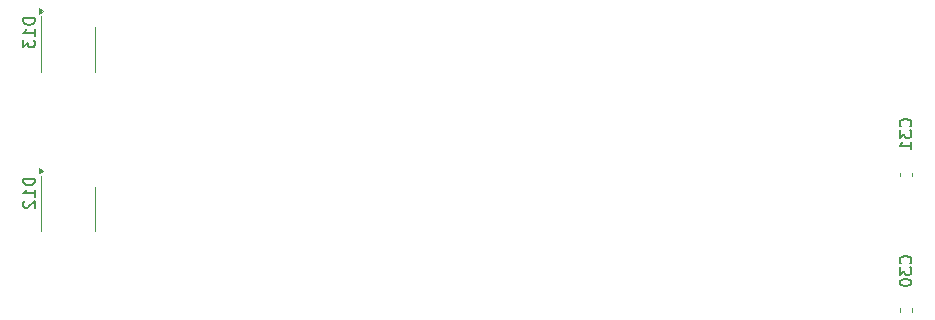
<source format=gbr>
%TF.GenerationSoftware,KiCad,Pcbnew,8.0.0*%
%TF.CreationDate,2024-07-13T20:22:53-07:00*%
%TF.ProjectId,midi-controller,6d696469-2d63-46f6-9e74-726f6c6c6572,rev?*%
%TF.SameCoordinates,Original*%
%TF.FileFunction,Legend,Bot*%
%TF.FilePolarity,Positive*%
%FSLAX46Y46*%
G04 Gerber Fmt 4.6, Leading zero omitted, Abs format (unit mm)*
G04 Created by KiCad (PCBNEW 8.0.0) date 2024-07-13 20:22:53*
%MOMM*%
%LPD*%
G01*
G04 APERTURE LIST*
%ADD10C,0.150000*%
%ADD11C,0.120000*%
G04 APERTURE END LIST*
D10*
X121254819Y-56785714D02*
X120254819Y-56785714D01*
X120254819Y-56785714D02*
X120254819Y-57023809D01*
X120254819Y-57023809D02*
X120302438Y-57166666D01*
X120302438Y-57166666D02*
X120397676Y-57261904D01*
X120397676Y-57261904D02*
X120492914Y-57309523D01*
X120492914Y-57309523D02*
X120683390Y-57357142D01*
X120683390Y-57357142D02*
X120826247Y-57357142D01*
X120826247Y-57357142D02*
X121016723Y-57309523D01*
X121016723Y-57309523D02*
X121111961Y-57261904D01*
X121111961Y-57261904D02*
X121207200Y-57166666D01*
X121207200Y-57166666D02*
X121254819Y-57023809D01*
X121254819Y-57023809D02*
X121254819Y-56785714D01*
X121254819Y-58309523D02*
X121254819Y-57738095D01*
X121254819Y-58023809D02*
X120254819Y-58023809D01*
X120254819Y-58023809D02*
X120397676Y-57928571D01*
X120397676Y-57928571D02*
X120492914Y-57833333D01*
X120492914Y-57833333D02*
X120540533Y-57738095D01*
X120254819Y-58642857D02*
X120254819Y-59261904D01*
X120254819Y-59261904D02*
X120635771Y-58928571D01*
X120635771Y-58928571D02*
X120635771Y-59071428D01*
X120635771Y-59071428D02*
X120683390Y-59166666D01*
X120683390Y-59166666D02*
X120731009Y-59214285D01*
X120731009Y-59214285D02*
X120826247Y-59261904D01*
X120826247Y-59261904D02*
X121064342Y-59261904D01*
X121064342Y-59261904D02*
X121159580Y-59214285D01*
X121159580Y-59214285D02*
X121207200Y-59166666D01*
X121207200Y-59166666D02*
X121254819Y-59071428D01*
X121254819Y-59071428D02*
X121254819Y-58785714D01*
X121254819Y-58785714D02*
X121207200Y-58690476D01*
X121207200Y-58690476D02*
X121159580Y-58642857D01*
X121254819Y-70385714D02*
X120254819Y-70385714D01*
X120254819Y-70385714D02*
X120254819Y-70623809D01*
X120254819Y-70623809D02*
X120302438Y-70766666D01*
X120302438Y-70766666D02*
X120397676Y-70861904D01*
X120397676Y-70861904D02*
X120492914Y-70909523D01*
X120492914Y-70909523D02*
X120683390Y-70957142D01*
X120683390Y-70957142D02*
X120826247Y-70957142D01*
X120826247Y-70957142D02*
X121016723Y-70909523D01*
X121016723Y-70909523D02*
X121111961Y-70861904D01*
X121111961Y-70861904D02*
X121207200Y-70766666D01*
X121207200Y-70766666D02*
X121254819Y-70623809D01*
X121254819Y-70623809D02*
X121254819Y-70385714D01*
X121254819Y-71909523D02*
X121254819Y-71338095D01*
X121254819Y-71623809D02*
X120254819Y-71623809D01*
X120254819Y-71623809D02*
X120397676Y-71528571D01*
X120397676Y-71528571D02*
X120492914Y-71433333D01*
X120492914Y-71433333D02*
X120540533Y-71338095D01*
X120350057Y-72290476D02*
X120302438Y-72338095D01*
X120302438Y-72338095D02*
X120254819Y-72433333D01*
X120254819Y-72433333D02*
X120254819Y-72671428D01*
X120254819Y-72671428D02*
X120302438Y-72766666D01*
X120302438Y-72766666D02*
X120350057Y-72814285D01*
X120350057Y-72814285D02*
X120445295Y-72861904D01*
X120445295Y-72861904D02*
X120540533Y-72861904D01*
X120540533Y-72861904D02*
X120683390Y-72814285D01*
X120683390Y-72814285D02*
X121254819Y-72242857D01*
X121254819Y-72242857D02*
X121254819Y-72861904D01*
X195359580Y-65957142D02*
X195407200Y-65909523D01*
X195407200Y-65909523D02*
X195454819Y-65766666D01*
X195454819Y-65766666D02*
X195454819Y-65671428D01*
X195454819Y-65671428D02*
X195407200Y-65528571D01*
X195407200Y-65528571D02*
X195311961Y-65433333D01*
X195311961Y-65433333D02*
X195216723Y-65385714D01*
X195216723Y-65385714D02*
X195026247Y-65338095D01*
X195026247Y-65338095D02*
X194883390Y-65338095D01*
X194883390Y-65338095D02*
X194692914Y-65385714D01*
X194692914Y-65385714D02*
X194597676Y-65433333D01*
X194597676Y-65433333D02*
X194502438Y-65528571D01*
X194502438Y-65528571D02*
X194454819Y-65671428D01*
X194454819Y-65671428D02*
X194454819Y-65766666D01*
X194454819Y-65766666D02*
X194502438Y-65909523D01*
X194502438Y-65909523D02*
X194550057Y-65957142D01*
X194454819Y-66290476D02*
X194454819Y-66909523D01*
X194454819Y-66909523D02*
X194835771Y-66576190D01*
X194835771Y-66576190D02*
X194835771Y-66719047D01*
X194835771Y-66719047D02*
X194883390Y-66814285D01*
X194883390Y-66814285D02*
X194931009Y-66861904D01*
X194931009Y-66861904D02*
X195026247Y-66909523D01*
X195026247Y-66909523D02*
X195264342Y-66909523D01*
X195264342Y-66909523D02*
X195359580Y-66861904D01*
X195359580Y-66861904D02*
X195407200Y-66814285D01*
X195407200Y-66814285D02*
X195454819Y-66719047D01*
X195454819Y-66719047D02*
X195454819Y-66433333D01*
X195454819Y-66433333D02*
X195407200Y-66338095D01*
X195407200Y-66338095D02*
X195359580Y-66290476D01*
X195454819Y-67861904D02*
X195454819Y-67290476D01*
X195454819Y-67576190D02*
X194454819Y-67576190D01*
X194454819Y-67576190D02*
X194597676Y-67480952D01*
X194597676Y-67480952D02*
X194692914Y-67385714D01*
X194692914Y-67385714D02*
X194740533Y-67290476D01*
X195359580Y-77557142D02*
X195407200Y-77509523D01*
X195407200Y-77509523D02*
X195454819Y-77366666D01*
X195454819Y-77366666D02*
X195454819Y-77271428D01*
X195454819Y-77271428D02*
X195407200Y-77128571D01*
X195407200Y-77128571D02*
X195311961Y-77033333D01*
X195311961Y-77033333D02*
X195216723Y-76985714D01*
X195216723Y-76985714D02*
X195026247Y-76938095D01*
X195026247Y-76938095D02*
X194883390Y-76938095D01*
X194883390Y-76938095D02*
X194692914Y-76985714D01*
X194692914Y-76985714D02*
X194597676Y-77033333D01*
X194597676Y-77033333D02*
X194502438Y-77128571D01*
X194502438Y-77128571D02*
X194454819Y-77271428D01*
X194454819Y-77271428D02*
X194454819Y-77366666D01*
X194454819Y-77366666D02*
X194502438Y-77509523D01*
X194502438Y-77509523D02*
X194550057Y-77557142D01*
X194454819Y-77890476D02*
X194454819Y-78509523D01*
X194454819Y-78509523D02*
X194835771Y-78176190D01*
X194835771Y-78176190D02*
X194835771Y-78319047D01*
X194835771Y-78319047D02*
X194883390Y-78414285D01*
X194883390Y-78414285D02*
X194931009Y-78461904D01*
X194931009Y-78461904D02*
X195026247Y-78509523D01*
X195026247Y-78509523D02*
X195264342Y-78509523D01*
X195264342Y-78509523D02*
X195359580Y-78461904D01*
X195359580Y-78461904D02*
X195407200Y-78414285D01*
X195407200Y-78414285D02*
X195454819Y-78319047D01*
X195454819Y-78319047D02*
X195454819Y-78033333D01*
X195454819Y-78033333D02*
X195407200Y-77938095D01*
X195407200Y-77938095D02*
X195359580Y-77890476D01*
X194454819Y-79128571D02*
X194454819Y-79223809D01*
X194454819Y-79223809D02*
X194502438Y-79319047D01*
X194502438Y-79319047D02*
X194550057Y-79366666D01*
X194550057Y-79366666D02*
X194645295Y-79414285D01*
X194645295Y-79414285D02*
X194835771Y-79461904D01*
X194835771Y-79461904D02*
X195073866Y-79461904D01*
X195073866Y-79461904D02*
X195264342Y-79414285D01*
X195264342Y-79414285D02*
X195359580Y-79366666D01*
X195359580Y-79366666D02*
X195407200Y-79319047D01*
X195407200Y-79319047D02*
X195454819Y-79223809D01*
X195454819Y-79223809D02*
X195454819Y-79128571D01*
X195454819Y-79128571D02*
X195407200Y-79033333D01*
X195407200Y-79033333D02*
X195359580Y-78985714D01*
X195359580Y-78985714D02*
X195264342Y-78938095D01*
X195264342Y-78938095D02*
X195073866Y-78890476D01*
X195073866Y-78890476D02*
X194835771Y-78890476D01*
X194835771Y-78890476D02*
X194645295Y-78938095D01*
X194645295Y-78938095D02*
X194550057Y-78985714D01*
X194550057Y-78985714D02*
X194502438Y-79033333D01*
X194502438Y-79033333D02*
X194454819Y-79128571D01*
D11*
%TO.C,D13*%
X121792500Y-56617500D02*
X121792500Y-61347500D01*
X126312500Y-57547500D02*
X126312500Y-61347500D01*
X121912500Y-56197500D02*
X121582500Y-56437500D01*
X121582500Y-55957500D01*
X121912500Y-56197500D01*
G36*
X121912500Y-56197500D02*
G01*
X121582500Y-56437500D01*
X121582500Y-55957500D01*
X121912500Y-56197500D01*
G37*
%TO.C,D12*%
X121912500Y-69697500D02*
X121582500Y-69937500D01*
X121582500Y-69457500D01*
X121912500Y-69697500D01*
G36*
X121912500Y-69697500D02*
G01*
X121582500Y-69937500D01*
X121582500Y-69457500D01*
X121912500Y-69697500D01*
G37*
X126312500Y-71047500D02*
X126312500Y-74847500D01*
X121792500Y-70117500D02*
X121792500Y-74847500D01*
%TO.C,C31*%
X195510000Y-70140580D02*
X195510000Y-69859420D01*
X194490000Y-70140580D02*
X194490000Y-69859420D01*
%TO.C,C30*%
X195510000Y-81359420D02*
X195510000Y-81640580D01*
X194490000Y-81359420D02*
X194490000Y-81640580D01*
%TD*%
M02*

</source>
